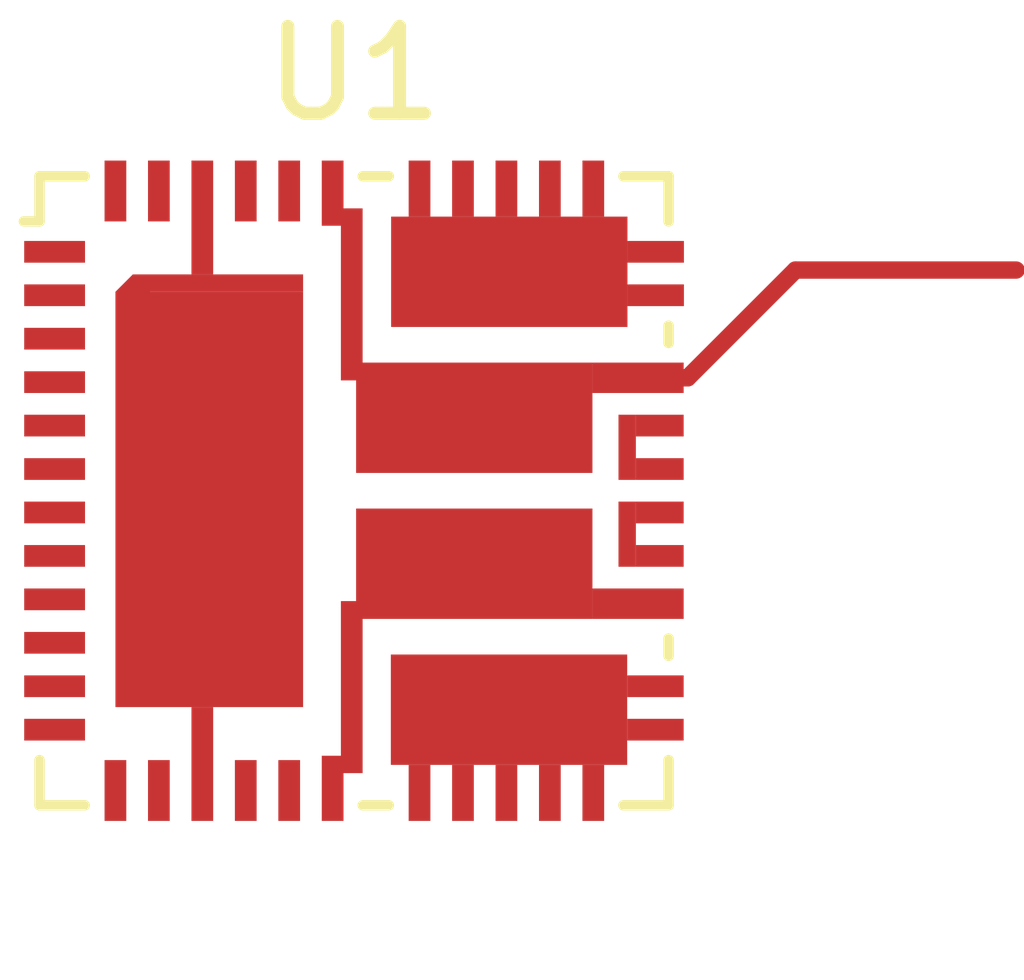
<source format=kicad_pcb>
(kicad_pcb (version 20211014) (generator pcbnew)
  (layers (0 "F.Cu" signal) (31 "B.Cu" signal) (34 "B.Paste" user) (35 "F.Paste" user) (36 "B.SilkS" user "B.Silkscreen") (37 "F.SilkS" user "F.Silkscreen") (38 "B.Mask" user) (39 "F.Mask" user) (44 "Edge.Cuts" user))
  (net 0 "")
  (net 15 "Net-(U1-Pad18)")
  (net 19 "Net-(U1-Pad15)")
  (footprint "Package_DFN_QFN:Infineon_PQFN-44-31-5EP_7x7mm_P0.5mm" (layer "F.Cu") (at 172.72 73.66)
    (fp_text reference "U1" (at 0 -4.8) (layer "F.SilkS"))
    (fp_text value "IR4302")
    (fp_line (start -3.62 3.62) (end -3.62 3.1) (layer "F.SilkS") (width 0.12))
    (fp_line (start 3.62 3.62) (end 3.1 3.62) (layer "F.SilkS") (width 0.12))
    (fp_line (start 0.1 3.62) (end 0.4 3.62) (layer "F.SilkS") (width 0.12))
    (fp_line (start -3.62 -3.1) (end -3.8 -3.1) (layer "F.SilkS") (width 0.12))
    (fp_line (start -3.1 3.62) (end -3.62 3.62) (layer "F.SilkS") (width 0.12))
    (fp_line (start -3.62 -3.1) (end -3.62 -3.62) (layer "F.SilkS") (width 0.12))
    (fp_line (start 3.62 3.1) (end 3.62 3.62) (layer "F.SilkS") (width 0.12))
    (fp_line (start -3.1 -3.62) (end -3.62 -3.62) (layer "F.SilkS") (width 0.12))
    (fp_line (start 3.62 -1.9) (end 3.62 -1.7) (layer "F.SilkS") (width 0.12))
    (fp_line (start 3.62 1.9) (end 3.62 1.7) (layer "F.SilkS") (width 0.12))
    (fp_line (start 3.62 -3.62) (end 3.62 -3.1) (layer "F.SilkS") (width 0.12))
    (fp_line (start 0.1 -3.62) (end 0.4 -3.62) (layer "F.SilkS") (width 0.12))
    (fp_line (start 3.62 -3.62) (end 3.1 -3.62) (layer "F.SilkS") (width 0.12))
    (pad "1" smd rect (at -3.4465 -2.75) (size 0.7 0.25) (layers "F.Cu" "F.Mask"))
    (pad "2" smd rect (at -3.4465 -2.25) (size 0.7 0.25) (layers "F.Cu" "F.Mask"))
    (pad "3" smd rect (at -3.4465 -1.75) (size 0.7 0.25) (layers "F.Cu" "F.Mask"))
    (pad "4" smd rect (at -3.4465 -1.25) (size 0.7 0.25) (layers "F.Cu" "F.Mask"))
    (pad "5" smd rect (at -3.4465 -0.75) (size 0.7 0.25) (layers "F.Cu" "F.Mask"))
    (pad "6" smd rect (at -3.4465 -0.25) (size 0.7 0.25) (layers "F.Cu" "F.Mask"))
    (pad "7" smd rect (at -3.4465 0.25) (size 0.7 0.25) (layers "F.Cu" "F.Mask"))
    (pad "8" smd rect (at -3.4465 0.75) (size 0.7 0.25) (layers "F.Cu" "F.Mask"))
    (pad "9" smd rect (at -3.4465 1.25) (size 0.7 0.25) (layers "F.Cu" "F.Mask"))
    (pad "10" smd rect (at -3.4465 1.75) (size 0.7 0.25) (layers "F.Cu" "F.Mask"))
    (pad "11" smd rect (at -3.4465 2.25) (size 0.7 0.25) (layers "F.Cu" "F.Mask"))
    (pad "12" smd rect (at -3.4465 2.75) (size 0.7 0.25) (layers "F.Cu" "F.Mask"))
    (pad "13" smd rect (at -2.7465 3.45) (size 0.25 0.7) (layers "F.Cu" "F.Mask"))
    (pad "14" smd rect (at -2.2465 3.45) (size 0.25 0.7) (layers "F.Cu" "F.Mask"))
    (pad "16" smd rect (at -1.2465 3.45) (size 0.25 0.7) (layers "F.Cu" "F.Mask"))
    (pad "17" smd rect (at -0.7465 3.45) (size 0.25 0.7) (layers "F.Cu" "F.Mask"))
    (pad "19" smd rect (at 1.7535 3.4775) (size 0.25 0.645) (layers "F.Cu" "F.Mask"))
    (pad "19" smd rect (at 3.4685 2.75) (size 0.65 0.25) (layers "F.Cu" "F.Mask"))
    (pad "19" smd rect (at 2.7535 3.4775) (size 0.25 0.645) (layers "F.Cu" "F.Mask"))
    (pad "19" smd rect (at 2.2535 3.4775) (size 0.25 0.645) (layers "F.Cu" "F.Mask"))
    (pad "19" smd rect (at 3.4685 2.25) (size 0.65 0.25) (layers "F.Cu" "F.Mask"))
    (pad "19" smd rect (at 1.2535 3.4775) (size 0.25 0.645) (layers "F.Cu" "F.Mask"))
    (pad "19" smd rect (at 1.7835 2.52) (size 2.72 1.27) (layers "F.Cu" "F.Mask"))
    (pad "19" smd rect (at 0.7535 3.4775) (size 0.25 0.645) (layers "F.Cu" "F.Mask"))
    (pad "20" smd rect (at 3.2685 1.3) (size 1.05 0.35) (layers "F.Cu" "F.Mask") (net 15 "Net-(U1-Pad18)"))
    (pad "20" smd rect (at -0.0265 2.26) (size 0.25 1.98) (layers "F.Cu" "F.Mask") (net 15 "Net-(U1-Pad18)"))
    (pad "20" smd rect (at -0.2465 3.425) (size 0.25 0.75) (layers "F.Cu" "F.Mask") (net 15 "Net-(U1-Pad18)"))
    (pad "20" smd rect (at 1.3835 0.84) (size 2.72 1.27) (layers "F.Cu" "F.Mask") (net 15 "Net-(U1-Pad18)"))
    (pad "21" smd rect (at 3.5185 0.75) (size 0.55 0.25) (layers "F.Cu" "F.Mask"))
    (pad "21" smd rect (at 3.1435 0.5) (size 0.2 0.75) (layers "F.Cu" "F.Mask"))
    (pad "21" smd rect (at 3.5185 0.25) (size 0.55 0.25) (layers "F.Cu" "F.Mask"))
    (pad "22" smd rect (at 3.1435 -0.5) (size 0.2 0.75) (layers "F.Cu" "F.Mask"))
    (pad "22" smd rect (at 3.5185 -0.75) (size 0.55 0.25) (layers "F.Cu" "F.Mask"))
    (pad "22" smd rect (at 3.5185 -0.25) (size 0.55 0.25) (layers "F.Cu" "F.Mask"))
    (pad "23" smd rect (at -0.0265 -2.26) (size 0.25 1.98) (layers "F.Cu" "F.Mask"))
    (pad "23" smd rect (at -0.2465 -3.425) (size 0.25 0.75) (layers "F.Cu" "F.Mask"))
    (pad "23" smd rect (at 3.2685 -1.3) (size 1.05 0.35) (layers "F.Cu" "F.Mask"))
    (pad "23" smd rect (at 1.3835 -0.84) (size 2.72 1.27) (layers "F.Cu" "F.Mask"))
    (pad "24" smd rect (at 1.7535 -3.4775) (size 0.25 0.645) (layers "F.Cu" "F.Mask"))
    (pad "24" smd rect (at 3.4715 -2.75) (size 0.65 0.25) (layers "F.Cu" "F.Mask"))
    (pad "24" smd rect (at 1.7865 -2.52) (size 2.72 1.27) (layers "F.Cu" "F.Mask"))
    (pad "24" smd rect (at 0.7535 -3.4775) (size 0.25 0.645) (layers "F.Cu" "F.Mask"))
    (pad "24" smd rect (at 2.2535 -3.4775) (size 0.25 0.645) (layers "F.Cu" "F.Mask"))
    (pad "24" smd rect (at 3.4715 -2.25) (size 0.65 0.25) (layers "F.Cu" "F.Mask"))
    (pad "24" smd rect (at 2.7535 -3.4775) (size 0.25 0.645) (layers "F.Cu" "F.Mask"))
    (pad "24" smd rect (at 1.2535 -3.4775) (size 0.25 0.645) (layers "F.Cu" "F.Mask"))
    (pad "26" smd rect (at -0.7465 -3.45) (size 0.25 0.7) (layers "F.Cu" "F.Mask"))
    (pad "27" smd rect (at -1.2465 -3.45) (size 0.25 0.7) (layers "F.Cu" "F.Mask"))
    (pad "29" smd rect (at -2.2465 -3.45) (size 0.25 0.7) (layers "F.Cu" "F.Mask"))
    (pad "30" smd rect (at -2.7465 -3.45) (size 0.25 0.7) (layers "F.Cu" "F.Mask"))
    (pad "31" smd rect (at -1.6665 0.1) (size 2.16 4.78) (layers "F.Cu" "F.Mask") (net 19 "Net-(U1-Pad15)"))
    (pad "31" smd rect (at -1.7465 3.145) (size 0.25 1.31) (layers "F.Cu" "F.Mask") (net 19 "Net-(U1-Pad15)"))
    (pad "31" smd rect (at -1.7465 -3.145) (size 0.25 1.31) (layers "F.Cu" "F.Mask") (net 19 "Net-(U1-Pad15)"))
    (pad "31" smd rect (at -2.5465 -2.29 45) (size 0.283 0.282843) (layers "F.Cu" "F.Mask") (net 19 "Net-(U1-Pad15)"))
    (pad "31" smd rect (at -1.5665 -2.39) (size 1.96 0.2) (layers "F.Cu" "F.Mask") (net 19 "Net-(U1-Pad15)"))
  )
  (segment (start 175.9885 72.36) (end 176.56 72.36) (width 0.2) (layer "F.Cu") (net 0))
  (segment (start 177.8 71.12) (end 180.34 71.12) (width 0.2) (layer "F.Cu") (net 0))
  (segment (start 176.56 72.36) (end 177.8 71.12) (width 0.2) (layer "F.Cu") (net 0))
)
</source>
